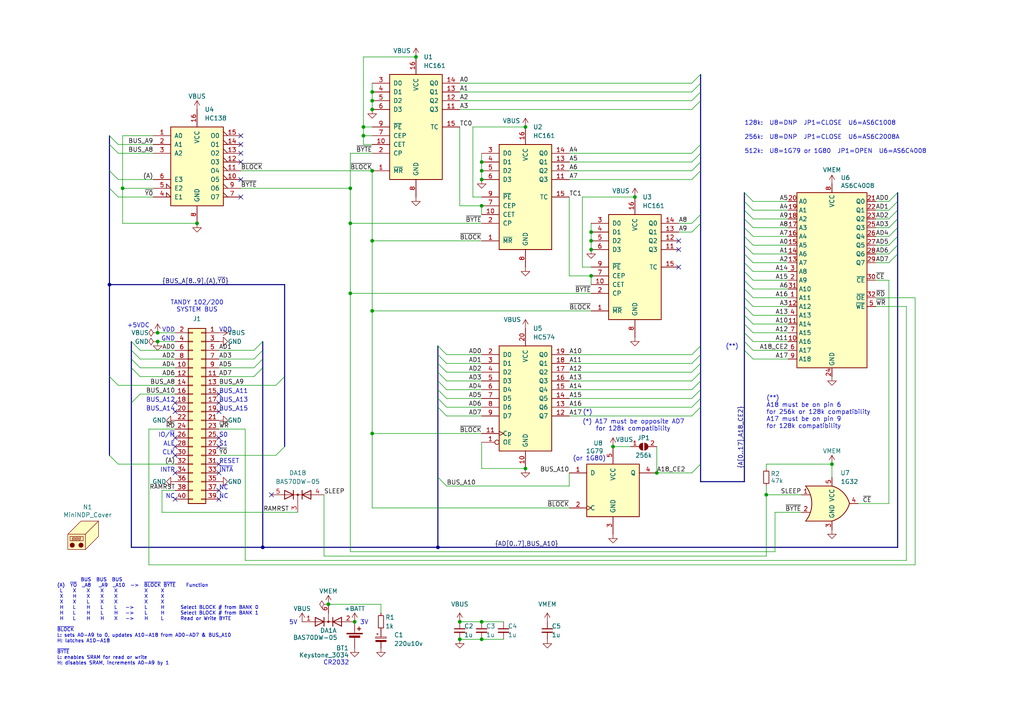
<source format=kicad_sch>
(kicad_sch (version 20231120) (generator "eeschema") (generator_version "8.0")
  (paper "A4")
  (title_block (title "MiniNDP") (date "2024-11-26") (rev "E05") (company "Brian K. White - b.kenyon.w@gmail.com") (comment 1 "github.com/bkw777/NODE_DATAPAC") (comment 2 "Use with RAM100.CO or RAM200.CO") (comment 3 "Work-alike of NODE Systems DATAPAC / RAMPAC"))
  (lib_symbols
    (symbol "000_LOCAL:74xx138" (pin_names (offset 1.016))
      (property "Reference" "U" (at -7.62 11.43 0))
      (property "Value" "74xx138" (at -7.62 -13.97 0))
      (symbol "74xx138_1_0"
        (pin input line (at -12.7 7.62 0) (length 5.08) (name "A0") (number "1"))
        (pin output output_low (at 12.7 -5.08 180) (length 5.08) (name "O5") (number "10"))
        (pin output output_low (at 12.7 -2.54 180) (length 5.08) (name "O4") (number "11"))
        (pin output output_low (at 12.7 0 180) (length 5.08) (name "O3") (number "12"))
        (pin output output_low (at 12.7 2.54 180) (length 5.08) (name "O2") (number "13"))
        (pin output output_low (at 12.7 5.08 180) (length 5.08) (name "O1") (number "14"))
        (pin output output_low (at 12.7 7.62 180) (length 5.08) (name "O0") (number "15"))
        (pin power_in line (at 0 15.24 270) (length 5.08) (name "VCC") (number "16"))
        (pin input line (at -12.7 5.08 0) (length 5.08) (name "A1") (number "2"))
        (pin input line (at -12.7 2.54 0) (length 5.08) (name "A2") (number "3"))
        (pin input input_low (at -12.7 -10.16 0) (length 5.08) (name "E1") (number "4"))
        (pin input input_low (at -12.7 -7.62 0) (length 5.08) (name "E2") (number "5"))
        (pin input line (at -12.7 -5.08 0) (length 5.08) (name "E3") (number "6"))
        (pin output output_low (at 12.7 -10.16 180) (length 5.08) (name "O7") (number "7"))
        (pin power_in line (at 0 -17.78 90) (length 5.08) (name "GND") (number "8"))
        (pin output output_low (at 12.7 -7.62 180) (length 5.08) (name "O6") (number "9"))
      )
    )
    (symbol "000_LOCAL:74xx161" (pin_names (offset 1.016))
      (property "Reference" "U" (at -7.62 16.51 0))
      (property "Value" "74xx161" (at -7.62 -16.51 0))
      (symbol "74xx161_1_0"
        (pin input line (at -12.7 -12.7 0) (length 5.08) (name "~{MR}") (number "1"))
        (pin input line (at -12.7 -5.08 0) (length 5.08) (name "CET") (number "10"))
        (pin output line (at 12.7 5.08 180) (length 5.08) (name "Q3") (number "11"))
        (pin output line (at 12.7 7.62 180) (length 5.08) (name "Q2") (number "12"))
        (pin output line (at 12.7 10.16 180) (length 5.08) (name "Q1") (number "13"))
        (pin output line (at 12.7 12.7 180) (length 5.08) (name "Q0") (number "14"))
        (pin output line (at 12.7 0 180) (length 5.08) (name "TC") (number "15"))
        (pin power_in line (at 0 20.32 270) (length 5.08) (name "VCC") (number "16"))
        (pin input line (at -12.7 -7.62 0) (length 5.08) (name "CP") (number "2"))
        (pin input line (at -12.7 12.7 0) (length 5.08) (name "D0") (number "3"))
        (pin input line (at -12.7 10.16 0) (length 5.08) (name "D1") (number "4"))
        (pin input line (at -12.7 7.62 0) (length 5.08) (name "D2") (number "5"))
        (pin input line (at -12.7 5.08 0) (length 5.08) (name "D3") (number "6"))
        (pin input line (at -12.7 -2.54 0) (length 5.08) (name "CEP") (number "7"))
        (pin power_in line (at 0 -20.32 90) (length 5.08) (name "GND") (number "8"))
        (pin input line (at -12.7 0 0) (length 5.08) (name "~{PE}") (number "9"))
      )
    )
    (symbol "000_LOCAL:74xx1G32" (pin_names (offset 0.762))
      (property "Reference" "U" (at -5.08 7.62 0))
      (property "Value" "74xx1G32" (at 7.62 -7.62 0))
      (symbol "74xx1G32_1_1"
        (pin input line (at -8.89 2.54 0) (length 2.54) (name "~") (number "1"))
        (pin input line (at -8.89 -2.54 0) (length 2.54) (name "~") (number "2"))
        (pin power_in line (at 0 -7.62 90) (length 2.54) (name "GND") (number "3"))
        (pin output line (at 7.62 0 180) (length 2.54) (name "~") (number "4"))
        (pin power_in line (at 0 7.62 270) (length 2.54) (name "VCC") (number "5"))
      )
    )
    (symbol "000_LOCAL:74xx1G79" (pin_names (offset 1.016))
      (property "Reference" "U" (at -5.08 10.16 0))
      (property "Value" "74xx1G79" (at 7.62 -10.16 0))
      (symbol "74xx1G79_1_1"
        (pin input line (at -12.7 5.08 0) (length 5.08) (name "D") (number "1"))
        (pin input clock (at -12.7 -5.08 0) (length 5.08) (name "C") (number "2"))
        (pin power_in line (at 0 -12.7 90) (length 5.08) (name "GND") (number "3"))
        (pin output line (at 12.7 5.08 180) (length 5.08) (name "Q") (number "4"))
        (pin power_in line (at 0 12.7 270) (length 5.08) (name "VCC") (number "5"))
      )
    )
    (symbol "000_LOCAL:74xx574" (pin_names (offset 1.016))
      (property "Reference" "U" (at -7.62 16.51 0))
      (property "Value" "74xx574" (at -7.62 -16.51 0))
      (symbol "74xx574_1_0"
        (pin input inverted (at -12.7 -12.7 0) (length 5.08) (name "OE") (number "1"))
        (pin power_in line (at 0 -20.32 90) (length 5.08) (name "GND") (number "10"))
        (pin input clock (at -12.7 -10.16 0) (length 5.08) (name "Cp") (number "11"))
        (pin tri_state line (at 12.7 -5.08 180) (length 5.08) (name "Q7") (number "12"))
        (pin tri_state line (at 12.7 -2.54 180) (length 5.08) (name "Q6") (number "13"))
        (pin tri_state line (at 12.7 0 180) (length 5.08) (name "Q5") (number "14"))
        (pin tri_state line (at 12.7 2.54 180) (length 5.08) (name "Q4") (number "15"))
        (pin tri_state line (at 12.7 5.08 180) (length 5.08) (name "Q3") (number "16"))
        (pin tri_state line (at 12.7 7.62 180) (length 5.08) (name "Q2") (number "17"))
        (pin tri_state line (at 12.7 10.16 180) (length 5.08) (name "Q1") (number "18"))
        (pin tri_state line (at 12.7 12.7 180) (length 5.08) (name "Q0") (number "19"))
        (pin input line (at -12.7 12.7 0) (length 5.08) (name "D0") (number "2"))
        (pin power_in line (at 0 20.32 270) (length 5.08) (name "VCC") (number "20"))
        (pin input line (at -12.7 10.16 0) (length 5.08) (name "D1") (number "3"))
        (pin input line (at -12.7 7.62 0) (length 5.08) (name "D2") (number "4"))
        (pin input line (at -12.7 5.08 0) (length 5.08) (name "D3") (number "5"))
        (pin input line (at -12.7 2.54 0) (length 5.08) (name "D4") (number "6"))
        (pin input line (at -12.7 0 0) (length 5.08) (name "D5") (number "7"))
        (pin input line (at -12.7 -2.54 0) (length 5.08) (name "D6") (number "8"))
        (pin input line (at -12.7 -5.08 0) (length 5.08) (name "D7") (number "9"))
      )
    )
    (symbol "000_LOCAL:AS6C4008_TSOP"
      (property "Reference" "U" (at -10.16 23.495 0))
      (property "Value" "AS6C4008_TSOP" (at 2.54 23.495 0))
      (symbol "AS6C4008_TSOP_0_0"
        (pin power_in line (at 0 -30.48 90) (length 2.54) (name "GND") (number "24"))
        (pin power_in line (at 0 25.4 270) (length 2.54) (name "VCC") (number "8"))
      )
      (symbol "AS6C4008_TSOP_1_1"
        (pin input line (at -12.7 -7.62 0) (length 2.54) (name "A11") (number "1"))
        (pin input line (at -12.7 -20.32 0) (length 2.54) (name "A16") (number "10"))
        (pin input line (at -12.7 -15.24 0) (length 2.54) (name "A14") (number "11"))
        (pin input line (at -12.7 -10.16 0) (length 2.54) (name "A12") (number "12"))
        (pin input line (at -12.7 2.54 0) (length 2.54) (name "A7") (number "13"))
        (pin input line (at -12.7 5.08 0) (length 2.54) (name "A6") (number "14"))
        (pin input line (at -12.7 7.62 0) (length 2.54) (name "A5") (number "15"))
        (pin input line (at -12.7 10.16 0) (length 2.54) (name "A4") (number "16"))
        (pin input line (at -12.7 12.7 0) (length 2.54) (name "A3") (number "17"))
        (pin input line (at -12.7 15.24 0) (length 2.54) (name "A2") (number "18"))
        (pin input line (at -12.7 17.78 0) (length 2.54) (name "A1") (number "19"))
        (pin input line (at -12.7 -2.54 0) (length 2.54) (name "A9") (number "2"))
        (pin input line (at -12.7 20.32 0) (length 2.54) (name "A0") (number "20"))
        (pin tri_state line (at 12.7 20.32 180) (length 2.54) (name "Q0") (number "21"))
        (pin tri_state line (at 12.7 17.78 180) (length 2.54) (name "Q1") (number "22"))
        (pin tri_state line (at 12.7 15.24 180) (length 2.54) (name "Q2") (number "23"))
        (pin tri_state line (at 12.7 12.7 180) (length 2.54) (name "Q3") (number "25"))
        (pin tri_state line (at 12.7 10.16 180) (length 2.54) (name "Q4") (number "26"))
        (pin tri_state line (at 12.7 7.62 180) (length 2.54) (name "Q5") (number "27"))
        (pin tri_state line (at 12.7 5.08 180) (length 2.54) (name "Q6") (number "28"))
        (pin tri_state line (at 12.7 2.54 180) (length 2.54) (name "Q7") (number "29"))
        (pin input line (at -12.7 0 0) (length 2.54) (name "A8") (number "3"))
        (pin input line (at 12.7 -2.54 180) (length 2.54) (name "~{CE}") (number "30"))
        (pin input line (at -12.7 -5.08 0) (length 2.54) (name "A10") (number "31"))
        (pin input line (at 12.7 -7.62 180) (length 2.54) (name "~{OE}") (number "32"))
        (pin input line (at -12.7 -12.7 0) (length 2.54) (name "A13") (number "4"))
        (pin input line (at 12.7 -10.16 180) (length 2.54) (name "~{WE}") (number "5"))
        (pin input line (at -12.7 -22.86 0) (length 2.54) (name "A17") (number "6"))
        (pin input line (at -12.7 -17.78 0) (length 2.54) (name "A15") (number "7"))
        (pin input line (at -12.7 -25.4 0) (length 2.54) (name "A18") (number "9"))
      )
    )
    (symbol "000_LOCAL:BAV70S" (pin_names (offset 0.762) hide)
      (property "Reference" "D" (at 0.635 -2.54 0))
      (property "Value" "BAV70S" (at 0 2.54 0))
      (symbol "BAV70S_1_1"
        (pin passive line (at -7.62 0 0) (length 3.81) (name "A") (number "1"))
        (pin passive line (at 7.62 0 180) (length 3.81) (name "A") (number "2"))
        (pin passive line (at 0 -5.08 90) (length 2.54) (name "K") (number "6"))
      )
      (symbol "BAV70S_2_1"
        (pin passive line (at 0 -5.08 90) (length 2.54) (name "K") (number "3"))
        (pin passive line (at -7.62 0 0) (length 3.81) (name "A") (number "4"))
        (pin passive line (at 7.62 0 180) (length 3.81) (name "A") (number "5"))
      )
    )
    (symbol "000_LOCAL:Battery_Cell" (pin_numbers hide) (pin_names (offset 0) hide)
      (property "Reference" "BT" (at 2.54 2.54 0))
      (property "Value" "Battery_Cell" (at 2.54 0 0))
      (symbol "Battery_Cell_1_1"
        (pin passive line (at 0 5.08 270) (length 2.54) (name "+") (number "1"))
        (pin passive line (at 0 -2.54 90) (length 2.54) (name "-") (number "2"))
      )
    )
    (symbol "000_LOCAL:C" (pin_numbers hide) (pin_names (offset 0.254) hide)
      (property "Reference" "C" (at 0.254 1.778 0))
      (property "Value" "C" (at 0.254 -2.032 0))
      (symbol "C_1_1"
        (pin passive line (at 0 2.54 270) (length 2.032) (name "~") (number "1"))
        (pin passive line (at 0 -2.54 90) (length 2.032) (name "~") (number "2"))
      )
    )
    (symbol "000_LOCAL:C_Polarized" (pin_numbers hide) (pin_names (offset 0.254) hide)
      (property "Reference" "C" (at 0.254 1.778 0))
      (property "Value" "C_Polarized_Small" (at 0.254 -2.032 0))
      (symbol "C_Polarized_1_1"
        (pin passive line (at 0 2.54 270) (length 1.8542) (name "~") (number "1"))
        (pin passive line (at 0 -2.54 90) (length 1.8542) (name "~") (number "2"))
      )
    )
    (symbol "000_LOCAL:Conn_02x20_Odd_Even" (pin_names (offset 1.016) hide)
      (property "Reference" "J" (at 1.27 25.4 0))
      (property "Value" "Conn_02x20_Odd_Even" (at 1.27 -27.94 0))
      (symbol "Conn_02x20_Odd_Even_1_1"
        (pin passive line (at -5.08 22.86 0) (length 3.81) (name "Pin_1") (number "1"))
        (pin passive line (at 7.62 12.7 180) (length 3.81) (name "Pin_10") (number "10"))
        (pin passive line (at -5.08 10.16 0) (length 3.81) (name "Pin_11") (number "11"))
        (pin passive line (at 7.62 10.16 180) (length 3.81) (name "Pin_12") (number "12"))
        (pin passive line (at -5.08 7.62 0) (length 3.81) (name "Pin_13") (number "13"))
        (pin passive line (at 7.62 7.62 180) (length 3.81) (name "Pin_14") (number "14"))
        (pin passive line (at -5.08 5.08 0) (length 3.81) (name "Pin_15") (number "15"))
        (pin passive line (at 7.62 5.08 180) (length 3.81) (name "Pin_16") (number "16"))
        (pin passive line (at -5.08 2.54 0) (length 3.81) (name "Pin_17") (number "17"))
        (pin passive line (at 7.62 2.54 180) (length 3.81) (name "Pin_18") (number "18"))
        (pin passive line (at -5.08 0 0) (length 3.81) (name "Pin_19") (number "19"))
        (pin passive line (at 7.62 22.86 180) (length 3.81) (name "Pin_2") (number "2"))
        (pin passive line (at 7.62 0 180) (length 3.81) (name "Pin_20") (number "20"))
        (pin passive line (at -5.08 -2.54 0) (length 3.81) (name "Pin_21") (number "21"))
        (pin passive line (at 7.62 -2.54 180) (length 3.81) (name "Pin_22") (number "22"))
        (pin passive line (at -5.08 -5.08 0) (length 3.81) (name "Pin_23") (number "23"))
        (pin passive line (at 7.62 -5.08 180) (length 3.81) (name "Pin_24") (number "24"))
        (pin passive line (at -5.08 -7.62 0) (length 3.81) (name "Pin_25") (number "25"))
        (pin passive line (at 7.62 -7.62 180) (length 3.81) (name "Pin_26") (number "26"))
        (pin passive line (at -5.08 -10.16 0) (length 3.81) (name "Pin_27") (number "27"))
        (pin passive line (at 7.62 -10.16 180) (length 3.81) (name "Pin_28") (number "28"))
        (pin passive line (at -5.08 -12.7 0) (length 3.81) (name "Pin_29") (number "29"))
        (pin passive line (at -5.08 20.32 0) (length 3.81) (name "Pin_3") (number "3"))
        (pin passive line (at 7.62 -12.7 180) (length 3.81) (name "Pin_30") (number "30"))
        (pin passive line (at -5.08 -15.24 0) (length 3.81) (name "Pin_31") (number "31"))
        (pin passive line (at 7.62 -15.24 180) (length 3.81) (name "Pin_32") (number "32"))
        (pin passive line (at -5.08 -17.78 0) (length 3.81) (name "Pin_33") (number "33"))
        (pin passive line (at 7.62 -17.78 180) (length 3.81) (name "Pin_34") (number "34"))
        (pin passive line (at -5.08 -20.32 0) (length 3.81) (name "Pin_35") (number "35"))
        (pin passive line (at 7.62 -20.32 180) (length 3.81) (name "Pin_36") (number "36"))
        (pin passive line (at -5.08 -22.86 0) (length 3.81) (name "Pin_37") (number "37"))
        (pin passive line (at 7.62 -22.86 180) (length 3.81) (name "Pin_38") (number "38"))
        (pin passive line (at -5.08 -25.4 0) (length 3.81) (name "Pin_39") (number "39"))
        (pin passive line (at 7.62 20.32 180) (length 3.81) (name "Pin_4") (number "4"))
        (pin passive line (at 7.62 -25.4 180) (length 3.81) (name "Pin_40") (number "40"))
        (pin passive line (at -5.08 17.78 0) (length 3.81) (name "Pin_5") (number "5"))
        (pin passive line (at 7.62 17.78 180) (length 3.81) (name "Pin_6") (number "6"))
        (pin passive line (at -5.08 15.24 0) (length 3.81) (name "Pin_7") (number "7"))
        (pin passive line (at 7.62 15.24 180) (length 3.81) (name "Pin_8") (number "8"))
        (pin passive line (at -5.08 12.7 0) (length 3.81) (name "Pin_9") (number "9"))
      )
    )
    (symbol "000_LOCAL:Housing" (pin_names (offset 1.016)) (exclude_from_sim yes)
      (property "Reference" "N" (at 3.81 0 0))
      (property "Value" "Housing" (at 3.81 -1.905 0))
    )
    (symbol "000_LOCAL:R" (pin_numbers hide) (pin_names (offset 0.254) hide)
      (property "Reference" "R" (at 0.762 0.508 0))
      (property "Value" "R_Small" (at 0.762 -1.016 0))
      (symbol "R_1_1"
        (pin passive line (at 0 2.54 270) (length 0.762) (name "~") (number "1"))
        (pin passive line (at 0 -2.54 90) (length 0.762) (name "~") (number "2"))
      )
    )
    (symbol "000_LOCAL:SolderJumper_2_Open" (pin_names (offset 0) hide)
      (property "Reference" "JP" (at 0 2.032 0))
      (property "Value" "SolderJumper_2_Open" (at 0 -2.54 0))
      (symbol "SolderJumper_2_Open_1_1"
        (pin passive line (at -3.81 0 0) (length 2.54) (name "A") (number "1"))
        (pin passive line (at 3.81 0 180) (length 2.54) (name "B") (number "2"))
      )
    )
    (symbol "74xx161_1" (pin_names (offset 1.016))
      (property "Reference" "U" (at -7.62 16.51 0))
      (property "Value" "74xx161" (at -7.62 -16.51 0))
      (symbol "74xx161_1_1_0"
        (pin input line (at -12.7 -12.7 0) (length 5.08) (name "~{MR}") (number "1"))
        (pin input line (at -12.7 -5.08 0) (length 5.08) (name "CET") (number "10"))
        (pin output line (at 12.7 5.08 180) (length 5.08) (name "Q3") (number "11"))
        (pin output line (at 12.7 7.62 180) (length 5.08) (name "Q2") (number "12"))
        (pin output line (at 12.7 10.16 180) (length 5.08) (name "Q1") (number "13"))
        (pin output line (at 12.7 12.7 180) (length 5.08) (name "Q0") (number "14"))
        (pin output line (at 12.7 0 180) (length 5.08) (name "TC") (number "15"))
        (pin power_in line (at 0 20.32 270) (length 5.08) (name "VCC") (number "16"))
        (pin input line (at -12.7 -7.62 0) (length 5.08) (name "CP") (number "2"))
        (pin input line (at -12.7 12.7 0) (length 5.08) (name "D0") (number "3"))
        (pin input line (at -12.7 10.16 0) (length 5.08) (name "D1") (number "4"))
        (pin input line (at -12.7 7.62 0) (length 5.08) (name "D2") (number "5"))
        (pin input line (at -12.7 5.08 0) (length 5.08) (name "D3") (number "6"))
        (pin input line (at -12.7 -2.54 0) (length 5.08) (name "CEP") (number "7"))
        (pin power_in line (at 0 -20.32 90) (length 5.08) (name "GND") (number "8"))
        (pin input line (at -12.7 0 0) (length 5.08) (name "~{PE}") (number "9"))
      )
    )
    (symbol "74xx161_2" (pin_names (offset 1.016))
      (property "Reference" "U" (at -7.62 16.51 0))
      (property "Value" "74xx161" (at -7.62 -16.51 0))
      (symbol "74xx161_2_1_0"
        (pin input line (at -12.7 -12.7 0) (length 5.08) (name "~{MR}") (number "1"))
        (pin input line (at -12.7 -5.08 0) (length 5.08) (name "CET") (number "10"))
        (pin output line (at 12.7 5.08 180) (length 5.08) (name "Q3") (number "11"))
        (pin output line (at 12.7 7.62 180) (length 5.08) (name "Q2") (number "12"))
        (pin output line (at 12.7 10.16 180) (length 5.08) (name "Q1") (number "13"))
        (pin output line (at 12.7 12.7 180) (length 5.08) (name "Q0") (number "14"))
        (pin output line (at 12.7 0 180) (length 5.08) (name "TC") (number "15"))
        (pin power_in line (at 0 20.32 270) (length 5.08) (name "VCC") (number "16"))
        (pin input line (at -12.7 -7.62 0) (length 5.08) (name "CP") (number "2"))
        (pin input line (at -12.7 12.7 0) (length 5.08) (name "D0") (number "3"))
        (pin input line (at -12.7 10.16 0) (length 5.08) (name "D1") (number "4"))
        (pin input line (at -12.7 7.62 0) (length 5.08) (name "D2") (number "5"))
        (pin input line (at -12.7 5.08 0) (length 5.08) (name "D3") (number "6"))
        (pin input line (at -12.7 -2.54 0) (length 5.08) (name "CEP") (number "7"))
        (pin power_in line (at 0 -20.32 90) (length 5.08) (name "GND") (number "8"))
        (pin input line (at -12.7 0 0) (length 5.08) (name "~{PE}") (number "9"))
      )
    )
    (symbol "power:+BATT" (power) (pin_numbers hide) (pin_names (offset 0) hide)
      (property "Value" "+BATT" (at 0 3.556 0))
      (symbol "+BATT_1_1"
        (pin power_in line (at 0 0 90) (length 0) (name "~") (number "1"))
      )
    )
    (symbol "power:GND" (power) (pin_names (offset 0))
      (property "Value" "GND" (at 0 -3.81 0))
      (symbol "GND_1_1"
        (pin power_in line (at 0 0 270) (length 0) hide (name "GND") (number "1"))
      )
    )
    (symbol "power:PWR_FLAG" (power) (pin_numbers hide) (pin_names (offset 0) hide)
      (property "Value" "PWR_FLAG" (at 0 3.81 0))
      (symbol "PWR_FLAG_0_0"
        (pin power_out line (at 0 0 90) (length 0) (name "pwr") (number "1"))
      )
    )
    (symbol "power:VBUS" (power) (pin_names (offset 0))
      (property "Value" "VBUS" (at 0 3.81 0))
      (symbol "VBUS_1_1"
        (pin power_in line (at 0 0 90) (length 0) hide (name "VBUS") (number "1"))
      )
    )
    (symbol "power:VMEM" (power) (pin_names (offset 0))
      (property "Value" "VMEM" (at 0 3.81 0))
      (symbol "VMEM_1_1"
        (pin power_in line (at 0 0 90) (length 0) hide (name "VMEM") (number "1"))
      )
    )
  )
  (junction (at 139.7 49.53))
  (junction (at 171.45 67.31))
  (junction (at 171.45 69.85))
  (junction (at 45.72 96.52))
  (junction (at 120.65 16.51))
  (junction (at 101.6 54.61))
  (junction (at 105.41 36.83))
  (junction (at 133.35 185.42))
  (junction (at 107.95 90.17))
  (junction (at 102.87 180.34))
  (junction (at 45.72 99.06))
  (junction (at 101.6 64.77))
  (junction (at 139.7 59.69))
  (junction (at 171.45 80.01))
  (junction (at 171.45 72.39))
  (junction (at 139.7 52.07))
  (junction (at 190.5 137.16))
  (junction (at 95.25 175.26))
  (junction (at 152.4 135.89))
  (junction (at 76.2 158.75))
  (junction (at 101.6 85.09))
  (junction (at 152.4 36.83))
  (junction (at 222.25 143.51))
  (junction (at 107.95 26.67))
  (junction (at 133.35 180.34))
  (junction (at 139.7 185.42))
  (junction (at 57.15 64.77))
  (junction (at 139.7 180.34))
  (junction (at 107.95 69.85))
  (junction (at 177.8 129.54))
  (junction (at 31.75 82.55))
  (junction (at 241.3 134.62))
  (junction (at 107.95 29.21))
  (junction (at 105.41 39.37))
  (junction (at 107.95 125.73))
  (junction (at 107.95 49.53))
  (junction (at 107.95 31.75))
  (junction (at 127 158.75))
  (junction (at 139.7 46.99))
  (junction (at 184.15 57.15))
  (junction (at 35.56 54.61))
  (no_connect (at 69.85 44.45))
  (no_connect (at 63.5 134.62))
  (no_connect (at 69.85 52.07))
  (no_connect (at 196.85 69.85))
  (no_connect (at 63.5 119.38))
  (no_connect (at 69.85 46.99))
  (no_connect (at 50.8 144.78))
  (no_connect (at 63.5 127))
  (no_connect (at 69.85 57.15))
  (no_connect (at 63.5 144.78))
  (no_connect (at 50.8 127))
  (no_connect (at 196.85 77.47))
  (no_connect (at 50.8 116.84))
  (no_connect (at 69.85 41.91))
  (no_connect (at 50.8 119.38))
  (no_connect (at 50.8 137.16))
  (no_connect (at 63.5 114.3))
  (no_connect (at 196.85 72.39))
  (no_connect (at 50.8 129.54))
  (no_connect (at 50.8 132.08))
  (no_connect (at 63.5 142.24))
  (no_connect (at 63.5 116.84))
  (no_connect (at 63.5 129.54))
  (no_connect (at 63.5 137.16))
  (no_connect (at 78.74 143.51))
  (no_connect (at 69.85 39.37))
  (bus_entry (at 200.66 67.31) (size 2.54 -2.54))
  (bus_entry (at 257.81 60.96) (size 2.54 -2.54))
  (bus_entry (at 200.66 24.13) (size 2.54 -2.54))
  (bus_entry (at 40.64 106.68) (size -2.54 -2.54))
  (bus_entry (at 200.66 31.75) (size 2.54 -2.54))
  (bus_entry (at 218.44 68.58) (size -2.54 -2.54))
  (bus_entry (at 38.1 116.84) (size 2.54 -2.54))
  (bus_entry (at 200.66 113.03) (size 2.54 -2.54))
  (bus_entry (at 218.44 71.12) (size -2.54 -2.54))
  (bus_entry (at 218.44 81.28) (size -2.54 -2.54))
  (bus_entry (at 200.66 115.57) (size 2.54 -2.54))
  (bus_entry (at 127 115.57) (size 2.54 2.54))
  (bus_entry (at 31.75 49.53) (size 2.54 2.54))
  (bus_entry (at 40.64 109.22) (size -2.54 -2.54))
  (bus_entry (at 218.44 93.98) (size -2.54 -2.54))
  (bus_entry (at 40.64 101.6) (size -2.54 -2.54))
  (bus_entry (at 31.75 39.37) (size 2.54 2.54))
  (bus_entry (at 218.44 76.2) (size -2.54 -2.54))
  (bus_entry (at 218.44 73.66) (size -2.54 -2.54))
  (bus_entry (at 218.44 66.04) (size -2.54 -2.54))
  (bus_entry (at 200.66 49.53) (size 2.54 -2.54))
  (bus_entry (at 218.44 78.74) (size -2.54 -2.54))
  (bus_entry (at 218.44 86.36) (size -2.54 -2.54))
  (bus_entry (at 73.66 101.6) (size 2.54 -2.54))
  (bus_entry (at 82.55 129.54) (size -2.54 2.54))
  (bus_entry (at 200.66 107.95) (size 2.54 -2.54))
  (bus_entry (at 218.44 101.6) (size -2.54 -2.54))
  (bus_entry (at 257.81 68.58) (size 2.54 -2.54))
  (bus_entry (at 200.66 118.11) (size 2.54 -2.54))
  (bus_entry (at 218.44 60.96) (size -2.54 -2.54))
  (bus_entry (at 82.55 109.22) (size -2.54 2.54))
  (bus_entry (at 257.81 71.12) (size 2.54 -2.54))
  (bus_entry (at 127 118.11) (size 2.54 2.54))
  (bus_entry (at 218.44 99.06) (size -2.54 -2.54))
  (bus_entry (at 31.75 41.91) (size 2.54 2.54))
  (bus_entry (at 200.66 46.99) (size 2.54 -2.54))
  (bus_entry (at 31.75 54.61) (size 2.54 2.54))
  (bus_entry (at 218.44 83.82) (size -2.54 -2.54))
  (bus_entry (at 257.81 76.2) (size 2.54 -2.54))
  (bus_entry (at 257.81 73.66) (size 2.54 -2.54))
  (bus_entry (at 40.64 104.14) (size -2.54 -2.54))
  (bus_entry (at 200.66 137.16) (size 2.54 -2.54))
  (bus_entry (at 73.66 109.22) (size 2.54 -2.54))
  (bus_entry (at 200.66 64.77) (size 2.54 -2.54))
  (bus_entry (at 127 102.87) (size 2.54 2.54))
  (bus_entry (at 200.66 105.41) (size 2.54 -2.54))
  (bus_entry (at 218.44 88.9) (size -2.54 -2.54))
  (bus_entry (at 257.81 63.5) (size 2.54 -2.54))
  (bus_entry (at 127 138.43) (size 2.54 2.54))
  (bus_entry (at 127 113.03) (size 2.54 2.54))
  (bus_entry (at 257.81 58.42) (size 2.54 -2.54))
  (bus_entry (at 218.44 96.52) (size -2.54 -2.54))
  (bus_entry (at 200.66 102.87) (size 2.54 -2.54))
  (bus_entry (at 218.44 91.44) (size -2.54 -2.54))
  (bus_entry (at 200.66 44.45) (size 2.54 -2.54))
  (bus_entry (at 257.81 66.04) (size 2.54 -2.54))
  (bus_entry (at 31.75 109.22) (size 2.54 2.54))
  (bus_entry (at 127 110.49) (size 2.54 2.54))
  (bus_entry (at 218.44 104.14) (size -2.54 -2.54))
  (bus_entry (at 200.66 29.21) (size 2.54 -2.54))
  (bus_entry (at 127 100.33) (size 2.54 2.54))
  (bus_entry (at 200.66 110.49) (size 2.54 -2.54))
  (bus_entry (at 218.44 58.42) (size -2.54 -2.54))
  (bus_entry (at 73.66 104.14) (size 2.54 -2.54))
  (bus_entry (at 127 105.41) (size 2.54 2.54))
  (bus_entry (at 127 107.95) (size 2.54 2.54))
  (bus_entry (at 218.44 63.5) (size -2.54 -2.54))
  (bus_entry (at 200.66 120.65) (size 2.54 -2.54))
  (bus_entry (at 34.29 134.62) (size -2.54 -2.54))
  (bus_entry (at 200.66 52.07) (size 2.54 -2.54))
  (bus_entry (at 73.66 106.68) (size 2.54 -2.54))
  (bus_entry (at 200.66 26.67) (size 2.54 -2.54))
  (bus (pts (xy 127 115.57) (xy 127 118.11)))
  (wire (pts (xy 129.54 102.87) (xy 139.7 102.87)))
  (bus (pts (xy 203.2 139.7) (xy 215.9 139.7)))
  (wire (pts (xy 133.35 185.42) (xy 139.7 185.42)))
  (bus (pts (xy 215.9 91.44) (xy 215.9 93.98)))
  (wire (pts (xy 110.49 175.26) (xy 95.25 175.26)))
  (wire (pts (xy 105.41 16.51) (xy 105.41 36.83)))
  (wire (pts (xy 190.5 137.16) (xy 200.66 137.16)))
  (wire (pts (xy 101.6 160.02) (xy 224.79 160.02)))
  (wire (pts (xy 105.41 39.37) (xy 107.95 39.37)))
  (wire (pts (xy 35.56 54.61) (xy 44.45 54.61)))
  (wire (pts (xy 105.41 39.37) (xy 105.41 41.91)))
  (wire (pts (xy 46.99 142.24) (xy 46.99 148.59)))
  (wire (pts (xy 218.44 78.74) (xy 228.6 78.74)))
  (wire (pts (xy 105.41 36.83) (xy 107.95 36.83)))
  (wire (pts (xy 222.25 143.51) (xy 222.25 161.29)))
  (wire (pts (xy 171.45 69.85) (xy 171.45 67.31)))
  (wire (pts (xy 196.85 64.77) (xy 200.66 64.77)))
  (bus (pts (xy 215.9 101.6) (xy 215.9 99.06)))
  (wire (pts (xy 107.95 26.67) (xy 107.95 29.21)))
  (wire (pts (xy 107.95 147.32) (xy 165.1 147.32)))
  (wire (pts (xy 105.41 41.91) (xy 107.95 41.91)))
  (wire (pts (xy 254 76.2) (xy 257.81 76.2)))
  (wire (pts (xy 129.54 118.11) (xy 139.7 118.11)))
  (wire (pts (xy 218.44 63.5) (xy 228.6 63.5)))
  (wire (pts (xy 139.7 185.42) (xy 146.05 185.42)))
  (wire (pts (xy 165.1 110.49) (xy 200.66 110.49)))
  (bus (pts (xy 215.9 76.2) (xy 215.9 78.74)))
  (bus (pts (xy 215.9 139.7) (xy 215.9 101.6)))
  (wire (pts (xy 222.25 134.62) (xy 222.25 135.89)))
  (wire (pts (xy 93.98 161.29) (xy 222.25 161.29)))
  (bus (pts (xy 31.75 49.53) (xy 31.75 54.61)))
  (wire (pts (xy 133.35 24.13) (xy 200.66 24.13)))
  (wire (pts (xy 34.29 52.07) (xy 44.45 52.07)))
  (wire (pts (xy 224.79 148.59) (xy 224.79 160.02)))
  (wire (pts (xy 40.64 109.22) (xy 50.8 109.22)))
  (wire (pts (xy 101.6 85.09) (xy 171.45 85.09)))
  (wire (pts (xy 165.1 140.97) (xy 165.1 137.16)))
  (bus (pts (xy 82.55 82.55) (xy 82.55 109.22)))
  (wire (pts (xy 34.29 111.76) (xy 50.8 111.76)))
  (bus (pts (xy 215.9 58.42) (xy 215.9 60.96)))
  (bus (pts (xy 127 118.11) (xy 127 138.43)))
  (bus (pts (xy 203.2 134.62) (xy 203.2 139.7)))
  (wire (pts (xy 107.95 125.73) (xy 139.7 125.73)))
  (bus (pts (xy 38.1 101.6) (xy 38.1 104.14)))
  (wire (pts (xy 171.45 80.01) (xy 165.1 80.01)))
  (bus (pts (xy 203.2 26.67) (xy 203.2 29.21)))
  (bus (pts (xy 203.2 29.21) (xy 203.2 41.91)))
  (wire (pts (xy 218.44 83.82) (xy 228.6 83.82)))
  (wire (pts (xy 40.64 101.6) (xy 50.8 101.6)))
  (wire (pts (xy 63.5 111.76) (xy 80.01 111.76)))
  (wire (pts (xy 168.91 57.15) (xy 168.91 77.47)))
  (wire (pts (xy 40.64 114.3) (xy 50.8 114.3)))
  (bus (pts (xy 203.2 46.99) (xy 203.2 49.53)))
  (bus (pts (xy 38.1 106.68) (xy 38.1 116.84)))
  (wire (pts (xy 137.16 36.83) (xy 137.16 57.15)))
  (bus (pts (xy 260.35 66.04) (xy 260.35 68.58)))
  (wire (pts (xy 254 71.12) (xy 257.81 71.12)))
  (bus (pts (xy 203.2 110.49) (xy 203.2 113.03)))
  (wire (pts (xy 218.44 73.66) (xy 228.6 73.66)))
  (wire (pts (xy 139.7 44.45) (xy 139.7 46.99)))
  (bus (pts (xy 215.9 55.88) (xy 215.9 58.42)))
  (wire (pts (xy 165.1 102.87) (xy 200.66 102.87)))
  (wire (pts (xy 232.41 148.59) (xy 224.79 148.59)))
  (wire (pts (xy 101.6 54.61) (xy 101.6 64.77)))
  (wire (pts (xy 218.44 60.96) (xy 228.6 60.96)))
  (wire (pts (xy 133.35 180.34) (xy 139.7 180.34)))
  (wire (pts (xy 165.1 120.65) (xy 200.66 120.65)))
  (bus (pts (xy 215.9 73.66) (xy 215.9 76.2)))
  (wire (pts (xy 69.85 54.61) (xy 101.6 54.61)))
  (wire (pts (xy 165.1 113.03) (xy 200.66 113.03)))
  (bus (pts (xy 203.2 118.11) (xy 203.2 134.62)))
  (wire (pts (xy 218.44 86.36) (xy 228.6 86.36)))
  (bus (pts (xy 215.9 71.12) (xy 215.9 73.66)))
  (wire (pts (xy 218.44 96.52) (xy 228.6 96.52)))
  (wire (pts (xy 45.72 96.52) (xy 50.8 96.52)))
  (wire (pts (xy 101.6 64.77) (xy 139.7 64.77)))
  (wire (pts (xy 262.89 88.9) (xy 262.89 162.56)))
  (wire (pts (xy 71.12 124.46) (xy 71.12 162.56)))
  (wire (pts (xy 110.49 177.8) (xy 110.49 175.26)))
  (wire (pts (xy 171.45 80.01) (xy 171.45 82.55)))
  (wire (pts (xy 218.44 66.04) (xy 228.6 66.04)))
  (wire (pts (xy 35.56 39.37) (xy 35.56 54.61)))
  (bus (pts (xy 215.9 66.04) (xy 215.9 68.58)))
  (wire (pts (xy 129.54 115.57) (xy 139.7 115.57)))
  (bus (pts (xy 260.35 68.58) (xy 260.35 71.12)))
  (bus (pts (xy 215.9 78.74) (xy 215.9 81.28)))
  (wire (pts (xy 63.5 101.6) (xy 73.66 101.6)))
  (wire (pts (xy 196.85 67.31) (xy 200.66 67.31)))
  (wire (pts (xy 248.92 146.05) (xy 257.81 146.05)))
  (wire (pts (xy 40.64 106.68) (xy 50.8 106.68)))
  (bus (pts (xy 31.75 109.22) (xy 31.75 132.08)))
  (bus (pts (xy 31.75 54.61) (xy 31.75 82.55)))
  (wire (pts (xy 171.45 67.31) (xy 171.45 64.77)))
  (wire (pts (xy 168.91 77.47) (xy 171.45 77.47)))
  (bus (pts (xy 203.2 107.95) (xy 203.2 110.49)))
  (bus (pts (xy 260.35 60.96) (xy 260.35 63.5)))
  (wire (pts (xy 105.41 36.83) (xy 105.41 39.37)))
  (bus (pts (xy 203.2 102.87) (xy 203.2 105.41)))
  (bus (pts (xy 203.2 113.03) (xy 203.2 115.57)))
  (wire (pts (xy 165.1 115.57) (xy 200.66 115.57)))
  (bus (pts (xy 203.2 21.59) (xy 203.2 24.13)))
  (wire (pts (xy 218.44 93.98) (xy 228.6 93.98)))
  (bus (pts (xy 127 113.03) (xy 127 115.57)))
  (wire (pts (xy 107.95 69.85) (xy 139.7 69.85)))
  (wire (pts (xy 139.7 180.34) (xy 146.05 180.34)))
  (wire (pts (xy 101.6 64.77) (xy 101.6 85.09)))
  (wire (pts (xy 133.35 36.83) (xy 133.35 59.69)))
  (wire (pts (xy 133.35 31.75) (xy 200.66 31.75)))
  (bus (pts (xy 203.2 105.41) (xy 203.2 107.95)))
  (bus (pts (xy 82.55 109.22) (xy 82.55 129.54)))
  (wire (pts (xy 254 88.9) (xy 262.89 88.9)))
  (wire (pts (xy 254 66.04) (xy 257.81 66.04)))
  (wire (pts (xy 222.25 140.97) (xy 222.25 143.51)))
  (wire (pts (xy 129.54 105.41) (xy 139.7 105.41)))
  (bus (pts (xy 76.2 158.75) (xy 127 158.75)))
  (wire (pts (xy 63.5 124.46) (xy 71.12 124.46)))
  (wire (pts (xy 218.44 58.42) (xy 228.6 58.42)))
  (wire (pts (xy 165.1 105.41) (xy 200.66 105.41)))
  (wire (pts (xy 139.7 46.99) (xy 139.7 49.53)))
  (wire (pts (xy 45.72 99.06) (xy 50.8 99.06)))
  (bus (pts (xy 203.2 49.53) (xy 203.2 62.23)))
  (wire (pts (xy 107.95 24.13) (xy 107.95 26.67)))
  (bus (pts (xy 127 100.33) (xy 127 102.87)))
  (bus (pts (xy 203.2 62.23) (xy 203.2 64.77)))
  (bus (pts (xy 260.35 58.42) (xy 260.35 60.96)))
  (wire (pts (xy 133.35 59.69) (xy 139.7 59.69)))
  (wire (pts (xy 35.56 54.61) (xy 35.56 64.77)))
  (bus (pts (xy 260.35 71.12) (xy 260.35 73.66)))
  (bus (pts (xy 215.9 68.58) (xy 215.9 71.12)))
  (bus (pts (xy 76.2 101.6) (xy 76.2 104.14)))
  (bus (pts (xy 215.9 60.96) (xy 215.9 63.5)))
  (wire (pts (xy 105.41 16.51) (xy 120.65 16.51)))
  (bus (pts (xy 260.35 55.88) (xy 260.35 58.42)))
  (bus (pts (xy 215.9 81.28) (xy 215.9 83.82)))
  (bus (pts (xy 76.2 104.14) (xy 76.2 106.68)))
  (wire (pts (xy 254 68.58) (xy 257.81 68.58)))
  (wire (pts (xy 165.1 46.99) (xy 200.66 46.99)))
  (bus (pts (xy 215.9 93.98) (xy 215.9 96.52)))
  (bus (pts (xy 127 138.43) (xy 127 158.75)))
  (wire (pts (xy 129.54 110.49) (xy 139.7 110.49)))
  (wire (pts (xy 101.6 44.45) (xy 107.95 44.45)))
  (wire (pts (xy 218.44 81.28) (xy 228.6 81.28)))
  (bus (pts (xy 215.9 86.36) (xy 215.9 88.9)))
  (bus (pts (xy 127 107.95) (xy 127 110.49)))
  (wire (pts (xy 101.6 85.09) (xy 101.6 160.02)))
  (bus (pts (xy 38.1 104.14) (xy 38.1 106.68)))
  (wire (pts (xy 107.95 125.73) (xy 107.95 147.32)))
  (wire (pts (xy 171.45 72.39) (xy 171.45 69.85)))
  (wire (pts (xy 165.1 52.07) (xy 200.66 52.07)))
  (bus (pts (xy 260.35 73.66) (xy 260.35 158.75)))
  (wire (pts (xy 137.16 57.15) (xy 139.7 57.15)))
  (wire (pts (xy 35.56 64.77) (xy 57.15 64.77)))
  (wire (pts (xy 63.5 104.14) (xy 73.66 104.14)))
  (wire (pts (xy 165.1 80.01) (xy 165.1 57.15)))
  (wire (pts (xy 165.1 49.53) (xy 200.66 49.53)))
  (wire (pts (xy 165.1 118.11) (xy 200.66 118.11)))
  (wire (pts (xy 218.44 68.58) (xy 228.6 68.58)))
  (bus (pts (xy 31.75 82.55) (xy 82.55 82.55)))
  (wire (pts (xy 107.95 90.17) (xy 107.95 125.73)))
  (wire (pts (xy 218.44 76.2) (xy 228.6 76.2)))
  (bus (pts (xy 260.35 63.5) (xy 260.35 66.04)))
  (wire (pts (xy 222.25 143.51) (xy 232.41 143.51)))
  (bus (pts (xy 203.2 44.45) (xy 203.2 46.99)))
  (bus (pts (xy 76.2 99.06) (xy 76.2 101.6)))
  (wire (pts (xy 254 63.5) (xy 257.81 63.5)))
  (wire (pts (xy 129.54 113.03) (xy 139.7 113.03)))
  (bus (pts (xy 215.9 96.52) (xy 215.9 99.06)))
  (wire (pts (xy 218.44 104.14) (xy 228.6 104.14)))
  (wire (pts (xy 254 60.96) (xy 257.81 60.96)))
  (bus (pts (xy 31.75 82.55) (xy 31.75 109.22)))
  (wire (pts (xy 254 58.42) (xy 257.81 58.42)))
  (bus (pts (xy 127 105.41) (xy 127 107.95)))
  (wire (pts (xy 218.44 99.06) (xy 228.6 99.06)))
  (bus (pts (xy 203.2 24.13) (xy 203.2 26.67)))
  (wire (pts (xy 254 73.66) (xy 257.81 73.66)))
  (wire (pts (xy 43.18 124.46) (xy 43.18 163.83)))
  (wire (pts (xy 40.64 104.14) (xy 50.8 104.14)))
  (bus (pts (xy 31.75 41.91) (xy 31.75 39.37)))
  (bus (pts (xy 203.2 100.33) (xy 203.2 102.87)))
  (wire (pts (xy 63.5 109.22) (xy 73.66 109.22)))
  (bus (pts (xy 203.2 41.91) (xy 203.2 44.45)))
  (wire (pts (xy 50.8 124.46) (xy 43.18 124.46)))
  (wire (pts (xy 262.89 162.56) (xy 71.12 162.56)))
  (wire (pts (xy 63.5 106.68) (xy 73.66 106.68)))
  (wire (pts (xy 34.29 44.45) (xy 44.45 44.45)))
  (wire (pts (xy 139.7 49.53) (xy 139.7 52.07)))
  (wire (pts (xy 257.81 81.28) (xy 257.81 146.05)))
  (wire (pts (xy 222.25 134.62) (xy 241.3 134.62)))
  (wire (pts (xy 35.56 39.37) (xy 44.45 39.37)))
  (bus (pts (xy 215.9 88.9) (xy 215.9 91.44)))
  (wire (pts (xy 133.35 26.67) (xy 200.66 26.67)))
  (wire (pts (xy 63.5 132.08) (xy 80.01 132.08)))
  (wire (pts (xy 107.95 90.17) (xy 171.45 90.17)))
  (bus (pts (xy 31.75 49.53) (xy 31.75 41.91)))
  (wire (pts (xy 129.54 107.95) (xy 139.7 107.95)))
  (wire (pts (xy 168.91 57.15) (xy 184.15 57.15)))
  (wire (pts (xy 139.7 128.27) (xy 139.7 135.89)))
  (wire (pts (xy 107.95 29.21) (xy 107.95 31.75)))
  (wire (pts (xy 101.6 44.45) (xy 101.6 54.61)))
  (bus (pts (xy 127 158.75) (xy 260.35 158.75)))
  (wire (pts (xy 137.16 36.83) (xy 152.4 36.83)))
  (wire (pts (xy 218.44 101.6) (xy 228.6 101.6)))
  (wire (pts (xy 46.99 142.24) (xy 50.8 142.24)))
  (wire (pts (xy 133.35 29.21) (xy 200.66 29.21)))
  (wire (pts (xy 107.95 69.85) (xy 107.95 90.17)))
  (bus (pts (xy 203.2 64.77) (xy 203.2 100.33)))
  (wire (pts (xy 139.7 135.89) (xy 152.4 135.89)))
  (bus (pts (xy 38.1 116.84) (xy 38.1 158.75)))
  (bus (pts (xy 127 110.49) (xy 127 113.03)))
  (wire (pts (xy 129.54 140.97) (xy 165.1 140.97)))
  (wire (pts (xy 241.3 134.62) (xy 241.3 138.43)))
  (wire (pts (xy 218.44 71.12) (xy 228.6 71.12)))
  (wire (pts (xy 257.81 81.28) (xy 254 81.28)))
  (wire (pts (xy 165.1 44.45) (xy 200.66 44.45)))
  (wire (pts (xy 107.95 49.53) (xy 107.95 69.85)))
  (bus (pts (xy 215.9 83.82) (xy 215.9 86.36)))
  (wire (pts (xy 254 86.36) (xy 265.43 86.36)))
  (wire (pts (xy 139.7 59.69) (xy 139.7 62.23)))
  (bus (pts (xy 215.9 63.5) (xy 215.9 66.04)))
  (wire (pts (xy 34.29 57.15) (xy 44.45 57.15)))
  (wire (pts (xy 190.5 129.54) (xy 190.5 137.16)))
  (wire (pts (xy 129.54 120.65) (xy 139.7 120.65)))
  (wire (pts (xy 69.85 49.53) (xy 107.95 49.53)))
  (wire (pts (xy 265.43 163.83) (xy 265.43 86.36)))
  (wire (pts (xy 34.29 134.62) (xy 50.8 134.62)))
  (bus (pts (xy 38.1 99.06) (xy 38.1 101.6)))
  (wire (pts (xy 218.44 88.9) (xy 228.6 88.9)))
  (wire (pts (xy 34.29 41.91) (xy 44.45 41.91)))
  (wire (pts (xy 177.8 129.54) (xy 182.88 129.54)))
  (bus (pts (xy 76.2 106.68) (xy 76.2 158.75)))
  (wire (pts (xy 165.1 107.95) (xy 200.66 107.95)))
  (wire (pts (xy 46.99 148.59) (xy 86.36 148.59)))
  (wire (pts (xy 218.44 91.44) (xy 228.6 91.44)))
  (bus (pts (xy 127 102.87) (xy 127 105.41)))
  (bus (pts (xy 38.1 158.75) (xy 76.2 158.75)))
  (bus (pts (xy 203.2 115.57) (xy 203.2 118.11)))
  (wire (pts (xy 93.98 161.29) (xy 93.98 143.51)))
  (wire (pts (xy 43.18 163.83) (xy 265.43 163.83)))
  (text "TANDY 102/200\nSYSTEM BUS" (at 57.15 88.9 0) (effects (font (size 1.27 1.27))))
  (text "+5VDC" (at 36.83 95.25 0) (effects (font (size 1.27 1.27)) (justify left bottom)))
  (text "BUS_A15" (at 63.5 119.38 0) (effects (font (size 1.27 1.27)) (justify left bottom)))
  (text "INTR" (at 50.8 137.16 0) (effects (font (size 1.27 1.27)) (justify right bottom)))
  (text "BUS_A14" (at 50.8 119.38 0) (effects (font (size 1.27 1.27)) (justify right bottom)))
  (text "ALE" (at 50.8 129.54 0) (effects (font (size 1.27 1.27)) (justify right bottom)))
  (text "S1" (at 63.5 129.54 0) (effects (font (size 1.27 1.27)) (justify left bottom)))
  (text "NC" (at 63.5 144.78 0) (effects (font (size 1.27 1.27)) (justify left bottom)))
  (text "NC" (at 63.5 142.24 0) (effects (font (size 1.27 1.27)) (justify left bottom)))
  (text "~{INTA}" (at 63.5 137.16 0) (effects (font (size 1.27 1.27)) (justify left bottom)))
  (text "CLK" (at 50.8 132.08 0) (effects (font (size 1.27 1.27)) (justify right bottom)))
  (text "(**)\nA18 must be on pin 6\nfor 256k or 128k compatibility\nA17 must be on pin 9\nfor 128k compatibility" (at 222.25 114.808 0) (effects (font (size 1.27 1.27)) (justify left top)))
  (text "GND" (at 50.8 99.06 0) (effects (font (size 1.27 1.27)) (justify right bottom)))
  (text "128k:  U8=DNP  JP1=CLOSE  U6=AS6C1008\n\n256k:  U8=DNP  JP1=CLOSE  U6=AS6C2008A\n\n512k:  U8=1G79 or 1G80  JP1=OPEN  U6=AS6C4008\n" (at 215.9 44.704 0) (effects (font (size 1.27 1.27)) (justify left bottom)))
  (text "IO/~{M}" (at 50.8 127 0) (effects (font (size 1.27 1.27)) (justify right bottom)))
  (text "CR2032" (at 93.726 193.04 0) (effects (font (size 1.27 1.27)) (justify left bottom)))
  (text "(or 1G80)" (at 170.942 133.096 0) (effects (font (size 1.27 1.27))))
  (text "VDD" (at 50.8 96.52 0) (effects (font (size 1.27 1.27)) (justify right bottom)))
  (text "	    BUS  BUS  BUS\n(A)	~{YO}  _A8   _A9  _A10  ->  ~{BLOCK} ~{BYTE}    Function\n L	 X	 X	 X	 X		  X	   X\n X	 H	 X	 X	 X		  X	   X\n X	 X	 L	 X	 X		  X	   X\n H	 L	 H	 L	 L	->    L	   H	Select BLOCK # from BANK 0\n H	 L	 H	 L	 H	->    L	   H	Select BLOCK # from BANK 1\n H	 L	 H	 H	 X	->    H	   L	Read or Write BYTE\n\n~{BLOCK}\nL: sets A0-A9 to 0, updates A10-A18 from AD0-AD7 & BUS_A10\nH: latches A10-A18\n\n~{BYTE}\nL: enables SRAM for read or write\nH: disables SRAM, increments A0-A9 by 1\n" (at 16.51 193.04 0) (effects (font (size 1 1)) (justify left bottom)))
  (text "3V" (at 104.394 181.356 0) (effects (font (size 1.27 1.27)) (justify left bottom)))
  (text "S0" (at 63.5 127 0) (effects (font (size 1.27 1.27)) (justify left bottom)))
  (text "RESET" (at 63.5 134.62 0) (effects (font (size 1.27 1.27)) (justify left bottom)))
  (text "(*) A17 must be opposite AD7\n    for 128k compatibility" (at 168.91 123.444 0) (effects (font (size 1.27 1.27)) (justify left)))
  (text "(**)" (at 212.344 100.584 0) (effects (font (size 1.27 1.27))))
  (text "NC" (at 50.8 144.78 0) (effects (font (size 1.27 1.27)) (justify right bottom)))
  (text "BUS_A11" (at 63.5 114.3 0) (effects (font (size 1.27 1.27)) (justify left bottom)))
  (text "VDD" (at 63.5 96.52 0) (effects (font (size 1.27 1.27)) (justify left bottom)))
  (text "5V" (at 83.82 181.356 0) (effects (font (size 1.27 1.27)) (justify left bottom)))
  (text "BUS_A13" (at 63.5 116.84 0) (effects (font (size 1.27 1.27)) (justify left bottom)))
  (text "(*)" (at 170.434 119.634 0) (effects (font (size 1.27 1.27))))
  (text "BUS_A12" (at 50.8 116.84 0) (effects (font (size 1.27 1.27)) (justify right bottom)))
  (label "BUS_A8" (at 50.8 111.76 180))
  (label "~{RD}" (at 254 86.36 0))
  (label "A17" (at 165.1 120.65 0))
  (label "AD3" (at 63.5 104.14 0))
  (label "A5" (at 165.1 46.99 0))
  (label "A1" (at 228.6 73.66 180))
  (label "~{CE}" (at 254 81.28 0))
  (label "A7" (at 228.6 68.58 180))
  (label "A2" (at 133.35 29.21 0))
  (label "AD5" (at 139.7 115.57 180))
  (label "A13" (at 228.6 91.44 180))
  (label "AD0" (at 254 58.42 0))
  (label "A1" (at 133.35 26.67 0))
  (label "~{CE}" (at 250.19 146.05 0))
  (label "A18_CE2" (at 190.5 137.16 0))
  (label "~{BLOCK}" (at 139.7 69.85 180))
  (label "A16" (at 228.6 86.36 180))
  (label "A11" (at 165.1 105.41 0))
  (label "AD6" (at 139.7 118.11 180))
  (label "~{Y0}" (at 44.45 57.15 180))
  (label "AD1" (at 63.5 101.6 0))
  (label "A6" (at 165.1 49.53 0))
  (label "A7" (at 165.1 52.07 0))
  (label "{AD[0..7],BUS_A10}" (at 143.51 158.75 0))
  (label "BUS_A10" (at 129.54 140.97 0))
  (label "A9" (at 196.85 67.31 0))
  (label "AD5" (at 254 71.12 0))
  (label "A10" (at 165.1 102.87 0))
  (label "RAMRST" (at 50.8 142.24 180))
  (label "AD7" (at 63.5 109.22 0))
  (label "A0" (at 133.35 24.13 0))
  (label "AD2" (at 50.8 104.14 180))
  (label "~{Y0}" (at 63.5 132.08 0))
  (label "AD1" (at 254 60.96 0))
  (label "A12" (at 165.1 107.95 0))
  (label "A17" (at 228.6 104.14 180))
  (label "AD0" (at 139.7 102.87 180))
  (label "A3" (at 228.6 88.9 180))
  (label "{A[0..17],A18_CE2}" (at 215.9 135.89 90))
  (label "A8" (at 228.6 66.04 180))
  (label "(A)" (at 44.45 52.07 180))
  (label "A18_CE2" (at 228.6 101.6 180))
  (label "RAMRST" (at 83.82 148.59 180))
  (label "AD6" (at 50.8 109.22 180))
  (label "A2" (at 228.6 76.2 180))
  (label "A15" (at 228.6 81.28 180))
  (label "~{BLOCK}" (at 69.85 49.53 0))
  (label "A6" (at 228.6 83.82 180))
  (label "A9" (at 228.6 63.5 180))
  (label "~{BLOCK}" (at 171.45 90.17 180))
  (label "AD4" (at 139.7 113.03 180))
  (label "~{BYTE}" (at 107.95 44.45 180))
  (label "AD7" (at 254 76.2 0))
  (label "AD4" (at 254 68.58 0))
  (label "AD2" (at 139.7 107.95 180))
  (label "A15" (at 165.1 115.57 0))
  (label "A13" (at 165.1 110.49 0))
  (label "A8" (at 196.85 64.77 0))
  (label "~{BYTE}" (at 171.45 85.09 180))
  (label "~{BYTE}" (at 139.7 64.77 180))
  (label "BUS_A10" (at 50.8 114.3 180))
  (label "AD0" (at 50.8 101.6 180))
  (label "~{WR}" (at 254 88.9 0))
  (label "A16" (at 165.1 118.11 0))
  (label "A4" (at 165.1 44.45 0))
  (label "~{BLOCK}" (at 165.1 147.32 180))
  (label "AD3" (at 254 66.04 0))
  (label "{BUS_A[8..9],(A),~{Y0}}" (at 46.99 82.55 0))
  (label "A3" (at 133.35 31.75 0))
  (label "BUS_A9" (at 44.45 41.91 180))
  (label "AD4" (at 50.8 106.68 180))
  (label "A11" (at 228.6 99.06 180))
  (label "A12" (at 228.6 96.52 180))
  (label "A0" (at 228.6 71.12 180))
  (label "~{BLOCK}" (at 139.7 125.73 180))
  (label "A14" (at 165.1 113.03 0))
  (label "A5" (at 228.6 58.42 180))
  (label "SLEEP" (at 232.41 143.51 180))
  (label "BUS_A8" (at 44.45 44.45 180))
  (label "AD2" (at 254 63.5 0))
  (label "AD7" (at 139.7 120.65 180))
  (label "BUS_A10" (at 165.1 137.16 180))
  (label "A14" (at 228.6 78.74 180))
  (label "AD1" (at 139.7 105.41 180))
  (label "~{WR}" (at 63.5 124.46 0))
  (label "~{BYTE}" (at 232.41 148.59 180))
  (label "(A)" (at 50.8 134.62 180))
  (label "A10" (at 228.6 93.98 180))
  (label "BUS_A9" (at 63.5 111.76 0))
  (label "AD6" (at 254 73.66 0))
  (label "TC0" (at 133.35 36.83 0))
  (label "TC1" (at 165.1 57.15 0))
  (label "~{RD}" (at 50.8 124.46 180))
  (label "AD5" (at 63.5 106.68 0))
  (label "~{BLOCK}" (at 107.95 49.53 180))
  (label "~{BYTE}" (at 69.85 54.61 0))
  (label "SLEEP" (at 93.98 143.51 0))
  (label "A4" (at 228.6 60.96 180))
  (label "AD3" (at 139.7 110.49 180))
  (symbol (lib_id "000_LOCAL:C_Polarized") (at 110.49 185.42 0) (unit 1)
    (property "Reference" "C1" (at 114.3 184.15 0) (effects (justify left)))
    (property "Value" "220u10v" (at 114.3 186.69 0) (effects (justify left)))
    (property "Footprint" "000_LOCAL:CP_6032" (effects (hide yes)))
    (property "Datasheet" "datasheets/TAJ.odf" (effects (hide yes)))
    (property "Description" "CAP TANT 220UF 10% 10V 2312" (effects (hide yes)))
    (property "MPN" "TAJC227K010RNJ" (effects (hide yes)))
  )
  (symbol (lib_id "power:GND") (at 171.45 72.39 0) (unit 1)
    (property "Reference" "#PWR034" (effects (hide yes)))
    (property "Value" "GND" (effects (hide yes)))
  )
  (symbol (lib_id "000_LOCAL:Housing") (at 25.4 154.94 0) (unit 1) (exclude_from_sim yes) (in_bom no)
    (property "Reference" "N1" (at 25.4 147.066 0))
    (property "Value" "MiniNDP_Cover" (at 25.4 149.352 0))
    (property "Footprint" "000_LOCAL:MiniNDP_Cover" (effects (hide yes)))
    (property "Datasheet" "../COVER/MiniNDP_Cover.scad" (effects (hide yes)))
    (property "Description" "Snap cover for MiniNDP" (effects (hide yes)))
    (property "MPN" "MiniNDP_Cover.stl" (effects (hide yes)))
  )
  (symbol (lib_id "000_LOCAL:AS6C4008_TSOP") (at 241.3 78.74 0) (unit 1)
    (property "Reference" "U6" (at 243.84 51.562 0) (effects (justify left)))
    (property "Value" "AS6C4008" (at 243.84 53.848 0) (effects (justify left)))
    (property "Footprint" "000_LOCAL:TSOP32-dual" (effects (hide yes)))
    (property "Datasheet" "datasheets/AS6C4008.pdf" (effects (hide yes)))
    (property "Description" "IC SRAM 512Kx8 PARALLEL STSOP-32" (effects (hide yes)))
    (property "MPN" "AS6C4008-55STIN" (effects (hide yes)))
  )
  (symbol (lib_id "000_LOCAL:C") (at 158.75 182.88 0) (unit 1)
    (property "Reference" "C5" (at 160.02 181.61 0) (effects (justify left)))
    (property "Value" "1u" (at 160.02 184.15 0) (effects (justify left)))
    (property "Footprint" "000_LOCAL:C_0805" (effects (hide yes)))
    (property "Datasheet" "datasheets/CL21B105KAFNNNE.pdf" (effects (hide yes)))
    (property "Description" "CAP CER 1UF 25V X7R 0805" (effects (hide yes)))
    (property "MPN" "CL21B105KAFNNNE" (effects (hide yes)))
  )
  (symbol (lib_id "power:GND") (at 63.5 139.7 90) (unit 1)
    (property "Reference" "#PWR08" (effects (hide yes)))
    (property "Value" "GND" (at 66.04 139.7 90) (effects (justify right)))
  )
  (symbol (lib_id "power:VMEM") (at 95.25 175.26 0) (unit 1)
    (property "Reference" "#PWR010" (effects (hide yes)))
    (property "Value" "VMEM" (at 95.25 171.45 0))
  )
  (symbol (lib_id "power:VBUS") (at 45.72 96.52 0) (unit 1)
    (property "Reference" "#PWR01" (effects (hide yes)))
    (property "Value" "VBUS" (at 43.18 96.52 0) (effects (justify right)))
  )
  (symbol (lib_id "000_LOCAL:SolderJumper_2_Open") (at 186.69 129.54 0) (unit 1) (in_bom no)
    (property "Reference" "JP1" (at 186.69 127 0))
    (property "Value" "256k" (at 186.69 132.08 0))
    (property "Footprint" "000_LOCAL:SolderJumper-2_Open 0.65mm" (effects (hide yes)))
  )
  (symbol (lib_id "000_LOCAL:Battery_Cell") (at 102.87 185.42 0) (unit 1)
    (property "Reference" "BT1" (at 99.314 187.96 0))
    (property "Value" "Keystone_3034" (at 93.98 189.992 0))
    (property "Footprint" "000_LOCAL:Keystone_3028_3034" (effects (hide yes)))
    (property "Datasheet" "datasheets/Keystone_3034.pdf" (effects (hide yes)))
    (property "Description" "SMT 20mm x 3.2mm coin cell holder" (effects (hide yes)))
    (property "MPN" "Keystone 3034" (effects (hide yes)))
  )
  (symbol (lib_id "power:GND") (at 177.8 154.94 0) (unit 1)
    (property "Reference" "#PWR014" (effects (hide yes)))
    (property "Value" "GND" (effects (hide yes)))
  )
  (symbol (lib_id "power:GND") (at 57.15 64.77 0) (unit 1)
    (property "Reference" "#PWR022" (effects (hide yes)))
    (property "Value" "GND" (effects (hide yes)))
  )
  (symbol (lib_id "power:GND") (at 50.8 121.92 270) (unit 1)
    (property "Reference" "#PWR05" (effects (hide yes)))
    (property "Value" "GND" (at 48.26 121.92 90) (effects (justify right)))
  )
  (symbol (lib_id "power:VMEM") (at 241.3 53.34 0) (unit 1)
    (property "Reference" "#PWR012" (effects (hide yes)))
    (property "Value" "VMEM" (at 241.3 49.276 0))
  )
  (symbol (lib_id "power:PWR_FLAG") (at 45.72 96.52 90) (unit 1)
    (property "Reference" "#FLG01" (effects (hide yes)))
    (property "Value" "PWR_FLAG" (effects (hide yes)))
  )
  (symbol (lib_id "000_LOCAL:BAV70S") (at 95.25 180.34 0) (mirror x) (unit 1)
    (property "Reference" "DA1" (at 95.25 182.88 0))
    (property "Value" "BAS70DW-05" (at 91.44 184.912 0))
    (property "Footprint" "000_LOCAL:SOT-363_SC-70-6_symmetric" (effects (hide yes)))
    (property "Datasheet" "datasheets/BAS70.pdf" (effects (hide yes)))
    (property "Description" "DIODE ARR SCHOTT 70V 70MA SOT363 2-PAIR COMMON-CATHODE" (effects (hide yes)))
    (property "MPN" "BAS70DW-05-7-F" (effects (hide yes)))
  )
  (symbol (lib_id "power:GND") (at 102.87 187.96 0) (unit 1)
    (property "Reference" "#PWR058" (effects (hide yes)))
    (property "Value" "GND" (effects (hide yes)))
  )
  (symbol (lib_id "power:GND") (at 152.4 77.47 0) (unit 1)
    (property "Reference" "#PWR019" (effects (hide yes)))
    (property "Value" "GND" (effects (hide yes)))
  )
  (symbol (lib_id "000_LOCAL:74xx161") (at 184.15 77.47 0) (unit 1)
    (property "Reference" "U3" (at 186.3441 57.15 0) (effects (justify left)))
    (property "Value" "HC161" (at 186.3441 59.69 0) (effects (justify left)))
    (property "Footprint" "000_LOCAL:TSSOP-16" (effects (hide yes)))
    (property "Datasheet" "datasheets/HC161.pdf" (effects (hide yes)))
    (property "Description" "IC BINARY COUNTER 4-BIT 16TSSOP" (effects (hide yes)))
    (property "MPN" "74HC161PW,118" (effects (hide yes)))
  )
  (symbol (lib_id "power:GND") (at 50.8 139.7 270) (unit 1)
    (property "Reference" "#PWR07" (effects (hide yes)))
    (property "Value" "GND" (at 48.26 139.7 90) (effects (justify right)))
  )
  (symbol (lib_id "power:VBUS") (at 63.5 96.52 270) (unit 1)
    (property "Reference" "#PWR042" (effects (hide yes)))
    (property "Value" "VBUS" (at 68.58 96.52 90))
  )
  (symbol (lib_id "power:GND") (at 241.3 109.22 0) (unit 1)
    (property "Reference" "#PWR057" (effects (hide yes)))
    (property "Value" "GND" (effects (hide yes)))
  )
  (symbol (lib_id "000_LOCAL:74xx574") (at 152.4 115.57 0) (unit 1)
    (property "Reference" "U5" (at 154.5941 95.25 0) (effects (justify left)))
    (property "Value" "HC574" (at 154.5941 97.79 0) (effects (justify left)))
    (property "Footprint" "000_LOCAL:TSSOP-20" (effects (hide yes)))
    (property "Datasheet" "datasheets/HC574.pdf" (effects (hide yes)))
    (property "Description" "IC FF D-TYPE SNGL 8BIT 20TSSOP" (effects (hide yes)))
    (property "MPN" "74HC574PW,118" (effects (hide yes)))
  )
  (symbol (lib_id "power:GND") (at 45.72 99.06 0) (unit 1)
    (property "Reference" "#PWR03" (effects (hide yes)))
    (property "Value" "GND" (at 43.18 99.06 0) (effects (justify right)))
  )
  (symbol (lib_name "74xx161_1") (lib_id "000_LOCAL:74xx161") (at 120.65 36.83 0) (unit 1)
    (property "Reference" "U1" (at 122.8441 16.51 0) (effects (justify left)))
    (property "Value" "HC161" (at 122.8441 19.05 0) (effects (justify left)))
    (property "Footprint" "000_LOCAL:TSSOP-16" (effects (hide yes)))
    (property "Datasheet" "datasheets/HC161.pdf" (effects (hide yes)))
    (property "Description" "IC BINARY COUNTER 4-BIT 16TSSOP" (effects (hide yes)))
    (property "MPN" "74HC161PW,118" (effects (hide yes)))
  )
  (symbol (lib_id "000_LOCAL:BAV70S") (at 86.36 143.51 0) (mirror y) (unit 2)
    (property "Reference" "DA1" (at 86.36 137.16 0))
    (property "Value" "BAS70DW-05" (at 86.36 139.7 0))
    (property "Footprint" "000_LOCAL:SOT-363_SC-70-6_symmetric" (effects (hide yes)))
    (property "Datasheet" "datasheets/BAS70.pdf" (effects (hide yes)))
    (property "Description" "DIODE ARR SCHOTT 70V 70MA SOT363 2-PAIR COMMON-CATHODE" (effects (hide yes)))
    (property "MPN" "BAS70DW-05-7-F" (effects (hide yes)))
  )
  (symbol (lib_id "power:VMEM") (at 158.75 180.34 0) (unit 1)
    (property "Reference" "#PWR055" (effects (hide yes)))
    (property "Value" "VMEM" (at 158.75 175.26 0))
  )
  (symbol (lib_id "000_LOCAL:74xx138") (at 57.15 46.99 0) (unit 1)
    (property "Reference" "U4" (at 59.3441 31.75 0) (effects (justify left)))
    (property "Value" "HC138" (at 59.3441 34.29 0) (effects (justify left)))
    (property "Footprint" "000_LOCAL:TSSOP-16" (effects (hide yes)))
    (property "Datasheet" "datasheets/HC138.pdf" (effects (hide yes)))
    (property "Description" "IC DECODER/DEMUX 1X3:8 16TSSOP" (effects (hide yes)))
    (property "MPN" "74HC138PW,118" (effects (hide yes)))
  )
  (symbol (lib_id "power:GND") (at 139.7 52.07 0) (unit 1)
    (property "Reference" "#PWR039" (effects (hide yes)))
    (property "Value" "GND" (effects (hide yes)))
  )
  (symbol (lib_id "000_LOCAL:74xx1G32") (at 241.3 146.05 0) (unit 1)
    (property "Reference" "U7" (at 245.11 137.16 0))
    (property "Value" "1G32" (at 246.38 139.7 0))
    (property "Footprint" "000_LOCAL:SOT-353_SC-70-5" (effects (hide yes)))
    (property "Datasheet" "datasheets/LVC1G32.pdf" (effects (hide yes)))
    (property "Description" "IC GATE OR 1CH 2-INP 5TSSOP" (effects (hide yes)))
    (property "MPN" "74LVC1G32GW,125" (effects (hide yes)))
  )
  (symbol (lib_id "power:PWR_FLAG") (at 45.72 99.06 90) (unit 1)
    (property "Reference" "#FLG03" (effects (hide yes)))
    (property "Value" "PWR_FLAG" (effects (hide yes)))
  )
  (symbol (lib_id "power:GND") (at 133.35 185.42 0) (unit 1)
    (property "Reference" "#PWR023" (effects (hide yes)))
    (property "Value" "GND" (effects (hide yes)))
  )
  (symbol (lib_name "74xx161_2") (lib_id "000_LOCAL:74xx161") (at 152.4 57.15 0) (unit 1)
    (property "Reference" "U2" (at 154.5941 36.83 0) (effects (justify left)))
    (property "Value" "HC161" (at 154.5941 39.37 0) (effects (justify left)))
    (property "Footprint" "000_LOCAL:TSSOP-16" (effects (hide yes)))
    (property "Datasheet" "datasheets/HC161.pdf" (effects (hide yes)))
    (property "Description" "IC BINARY COUNTER 4-BIT 16TSSOP" (effects (hide yes)))
    (property "MPN" "74HC161PW,118" (effects (hide yes)))
  )
  (symbol (lib_id "000_LOCAL:74xx1G79") (at 177.8 142.24 0) (unit 1)
    (property "Reference" "U8" (at 173.482 128.524 0))
    (property "Value" "1G79" (at 172.466 130.81 0))
    (property "Footprint" "000_LOCAL:SOT-353_SC-70-5" (effects (hide yes)))
    (property "Datasheet" "datasheets/LVC1G79.pdf" (effects (hide yes)))
    (property "Description" "IC FF D-TYPE SNGL 1BIT 5TSSOP" (effects (hide yes)))
    (property "MPN" "74LVC1G79GW,125" (effects (hide yes)))
  )
  (symbol (lib_id "power:GND") (at 63.5 121.92 90) (unit 1)
    (property "Reference" "#PWR06" (effects (hide yes)))
    (property "Value" "GND" (at 66.04 121.92 90) (effects (justify right)))
  )
  (symbol (lib_id "power:GND") (at 107.95 31.75 0) (unit 1)
    (property "Reference" "#PWR038" (effects (hide yes)))
    (property "Value" "GND" (effects (hide yes)))
  )
  (symbol (lib_id "000_LOCAL:C") (at 133.35 182.88 0) (unit 1)
    (property "Reference" "C2" (at 134.62 181.61 0) (effects (justify left)))
    (property "Value" "1u" (at 134.62 184.15 0) (effects (justify left)))
    (property "Footprint" "000_LOCAL:C_0805" (effects (hide yes)))
    (property "Datasheet" "datasheets/CL21B105KAFNNNE.pdf" (effects (hide yes)))
    (property "Description" "CAP CER 1UF 25V X7R 0805" (effects (hide yes)))
    (property "MPN" "CL21B105KAFNNNE" (effects (hide yes)))
  )
  (symbol (lib_id "power:VBUS") (at 177.8 129.54 0) (unit 1)
    (property "Reference" "#PWR026" (effects (hide yes)))
    (property "Value" "VBUS" (at 181.102 127.508 0))
  )
  (symbol (lib_id "power:GND") (at 120.65 57.15 0) (unit 1)
    (property "Reference" "#PWR020" (effects (hide yes)))
    (property "Value" "GND" (effects (hide yes)))
  )
  (symbol (lib_id "000_LOCAL:R") (at 222.25 138.43 0) (unit 1)
    (property "Reference" "R2" (at 223.52 137.414 0) (effects (justify left)))
    (property "Value" "47k" (at 223.52 139.446 0) (effects (justify left)))
    (property "Footprint" "000_LOCAL:R_0805" (effects (hide yes)))
    (property "Datasheet" "datasheets/sei-rmcf_rmcp.pdf" (effects (hide yes)))
    (property "Description" "RES 47K OHM 1% 1/8W 0805" (effects (hide yes)))
    (property "MPN" "RMCF0805FT47K0" (effects (hide yes)))
  )
  (symbol (lib_id "power:GND") (at 63.5 99.06 90) (unit 1)
    (property "Reference" "#PWR04" (effects (hide yes)))
    (property "Value" "GND" (at 66.04 99.06 90) (effects (justify right)))
  )
  (symbol (lib_id "power:PWR_FLAG") (at 95.25 175.26 90) (unit 1)
    (property "Reference" "#FLG02" (effects (hide yes)))
    (property "Value" "PWR_FLAG" (effects (hide yes)))
  )
  (symbol (lib_id "power:VBUS") (at 87.63 180.34 0) (unit 1)
    (property "Reference" "#PWR09" (effects (hide yes)))
    (property "Value" "VBUS" (at 87.63 176.53 0))
  )
  (symbol (lib_id "power:GND") (at 241.3 153.67 0) (unit 1)
    (property "Reference" "#PWR015" (effects (hide yes)))
    (property "Value" "GND" (effects (hide yes)))
  )
  (symbol (lib_id "power:VMEM") (at 241.3 134.62 0) (unit 1)
    (property "Reference" "#PWR021" (effects (hide yes)))
    (property "Value" "VMEM" (at 241.3 130.81 0))
  )
  (symbol (lib_id "power:VBUS") (at 184.15 57.15 0) (unit 1)
    (property "Reference" "#PWR02" (effects (hide yes)))
    (property "Value" "VBUS" (at 180.086 55.372 0))
  )
  (symbol (lib_id "power:VBUS") (at 133.35 180.34 0) (unit 1)
    (property "Reference" "#PWR025" (effects (hide yes)))
    (property "Value" "VBUS" (at 133.35 175.26 0))
  )
  (symbol (lib_id "power:GND") (at 184.15 97.79 0) (unit 1)
    (property "Reference" "#PWR018" (effects (hide yes)))
    (property "Value" "GND" (effects (hide yes)))
  )
  (symbol (lib_id "000_LOCAL:R") (at 110.49 180.34 0) (unit 1)
    (property "Reference" "R1" (at 111.76 179.07 0) (effects (justify left)))
    (property "Value" "1k" (at 111.76 181.61 0) (effects (justify left)))
    (property "Footprint" "000_LOCAL:R_0805" (effects (hide yes)))
    (property "Datasheet" "datasheets/RK73.pdf" (effects (hide yes)))
    (property "Description" "RES 1K OHM 5% 1/4W 0805" (effects (hide yes)))
    (property "MPN" "RK73B2ATTD102J" (effects (hide yes)))
  )
  (symbol (lib_id "000_LOCAL:Conn_02x20_Odd_Even") (at 58.42 119.38 0) (mirror y) (unit 1)
    (property "Reference" "J1" (at 57.15 92.456 0))
    (property "Value" "Conn_02x20_Odd_Even" (effects (hide yes)))
    (property "Footprint" "000_LOCAL:IDC-Header_2x20_P2.54mm_Vertical" (effects (hide yes)))
    (property "Datasheet" "datasheets/2x20_male_boxed.pdf" (effects (hide yes)))
    (property "Description" "CONN HEADER VERT 40POS 2.54MM" (effects (hide yes)))
    (property "MPN" "302-S401" (effects (hide yes)))
  )
  (symbol (lib_id "power:GND") (at 158.75 185.42 0) (unit 1)
    (property "Reference" "#PWR041" (effects (hide yes)))
    (property "Value" "GND" (effects (hide yes)))
  )
  (symbol (lib_id "power:VBUS") (at 152.4 95.25 0) (unit 1)
    (property "Reference" "#PWR032" (effects (hide yes)))
    (property "Value" "VBUS" (at 148.59 92.71 0))
  )
  (symbol (lib_id "000_LOCAL:C") (at 146.05 182.88 0) (unit 1)
    (property "Reference" "C4" (at 147.32 181.61 0) (effects (justify left)))
    (property "Value" "1u" (at 147.32 184.15 0) (effects (justify left)))
    (property "Footprint" "000_LOCAL:C_0805" (effects (hide yes)))
    (property "Datasheet" "datasheets/CL21B105KAFNNNE.pdf" (effects (hide yes)))
    (property "Description" "CAP CER 1UF 25V X7R 0805" (effects (hide yes)))
    (property "MPN" "CL21B105KAFNNNE" (effects (hide yes)))
  )
  (symbol (lib_id "power:GND") (at 110.49 187.96 0) (unit 1)
    (property "Reference" "#PWR028" (effects (hide yes)))
    (property "Value" "GND" (effects (hide yes)))
  )
  (symbol (lib_id "power:+BATT") (at 102.87 180.34 0) (unit 1)
    (property "Reference" "#PWR027" (effects (hide yes)))
    (property "Value" "+BATT" (at 102.87 176.53 0))
    (property "Description" "Power symbol creates a global label with name \"+BATT\"" (effects (hide yes)))
  )
  (symbol (lib_id "power:VBUS") (at 57.15 31.75 0) (unit 1)
    (property "Reference" "#PWR033" (effects (hide yes)))
    (property "Value" "VBUS" (at 57.15 27.94 0))
  )
  (symbol (lib_id "000_LOCAL:C") (at 139.7 182.88 0) (unit 1)
    (property "Reference" "C3" (at 140.97 181.61 0) (effects (justify left)))
    (property "Value" "1u" (at 140.97 184.15 0) (effects (justify left)))
    (property "Footprint" "000_LOCAL:C_0805" (effects (hide yes)))
    (property "Datasheet" "datasheets/CL21B105KAFNNNE.pdf" (effects (hide yes)))
    (property "Description" "CAP CER 1UF 25V X7R 0805" (effects (hide yes)))
    (property "MPN" "CL21B105KAFNNNE" (effects (hide yes)))
  )
  (symbol (lib_id "power:VBUS") (at 120.65 16.51 0) (unit 1)
    (property "Reference" "#PWR017" (effects (hide yes)))
    (property "Value" "VBUS" (at 116.586 14.732 0))
  )
  (symbol (lib_id "power:GND") (at 152.4 135.89 0) (unit 1)
    (property "Reference" "#PWR011" (effects (hide yes)))
    (property "Value" "GND" (effects (hide yes)))
  )
  (symbol (lib_id "power:VBUS") (at 152.4 36.83 0) (unit 1)
    (property "Reference" "#PWR016" (effects (hide yes)))
    (property "Value" "VBUS" (at 148.336 35.052 0))
  )
)
</source>
